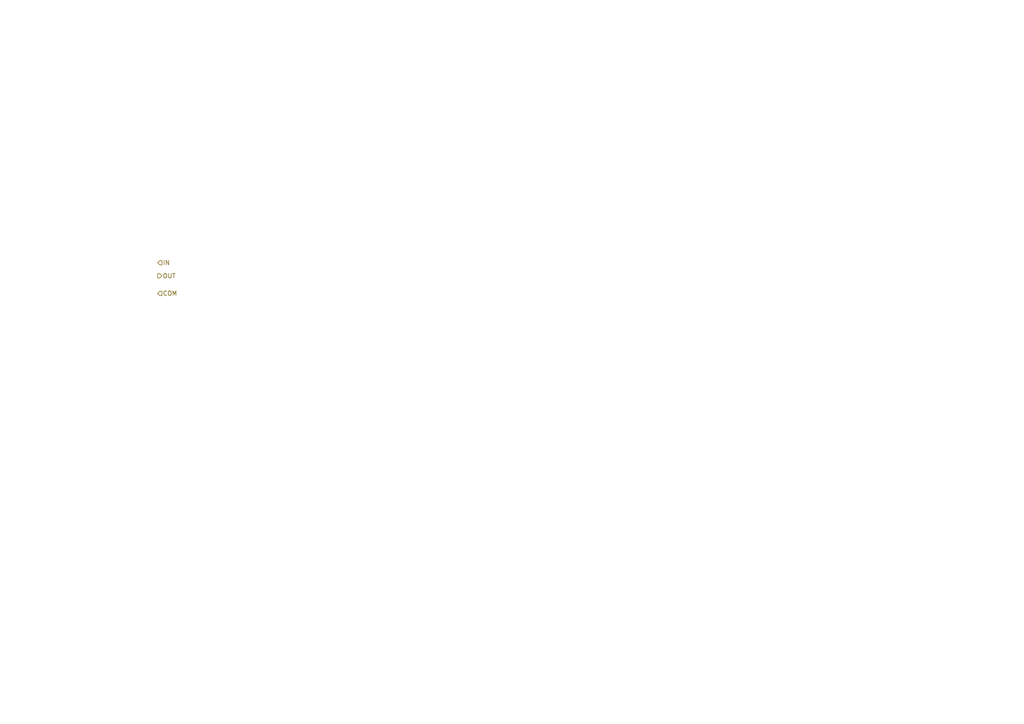
<source format=kicad_sch>
(kicad_sch
	(version 20250114)
	(generator "eeschema")
	(generator_version "9.0")
	(uuid "5b56065e-8147-43c1-b564-664d9d99e60c")
	(paper "A4")
	(lib_symbols)
	(hierarchical_label "COM"
		(shape input)
		(at 45.72 85.09 0)
		(effects
			(font
				(size 1.27 1.27)
			)
			(justify left)
		)
		(uuid "08b61b29-2f98-44ab-8961-791c503ad3d7")
	)
	(hierarchical_label "IN"
		(shape input)
		(at 45.72 76.2 0)
		(effects
			(font
				(size 1.27 1.27)
			)
			(justify left)
		)
		(uuid "3a9796d4-078c-44bc-aaea-b2d6eb169b2a")
	)
	(hierarchical_label "OUT"
		(shape output)
		(at 45.72 80.01 0)
		(effects
			(font
				(size 1.27 1.27)
			)
			(justify left)
		)
		(uuid "665e7864-974f-4f4b-acbe-ba6988c94b4d")
	)
)

</source>
